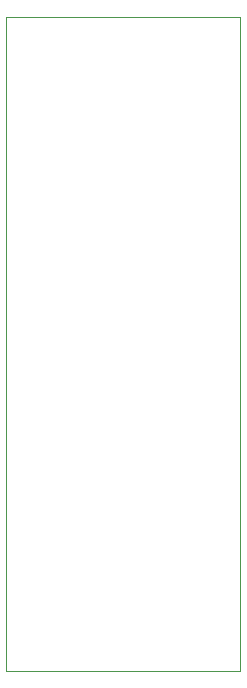
<source format=gbr>
%TF.GenerationSoftware,KiCad,Pcbnew,6.0.2+dfsg-1*%
%TF.CreationDate,2022-08-04T16:24:51+02:00*%
%TF.ProjectId,shield,73686965-6c64-42e6-9b69-6361645f7063,rev?*%
%TF.SameCoordinates,Original*%
%TF.FileFunction,Profile,NP*%
%FSLAX46Y46*%
G04 Gerber Fmt 4.6, Leading zero omitted, Abs format (unit mm)*
G04 Created by KiCad (PCBNEW 6.0.2+dfsg-1) date 2022-08-04 16:24:51*
%MOMM*%
%LPD*%
G01*
G04 APERTURE LIST*
%TA.AperFunction,Profile*%
%ADD10C,0.100000*%
%TD*%
G04 APERTURE END LIST*
D10*
X93472000Y-54356000D02*
X113284000Y-54356000D01*
X93472000Y-109728000D02*
X93472000Y-54356000D01*
X113284000Y-54356000D02*
X113284000Y-109728000D01*
X113284000Y-109728000D02*
X93472000Y-109728000D01*
M02*

</source>
